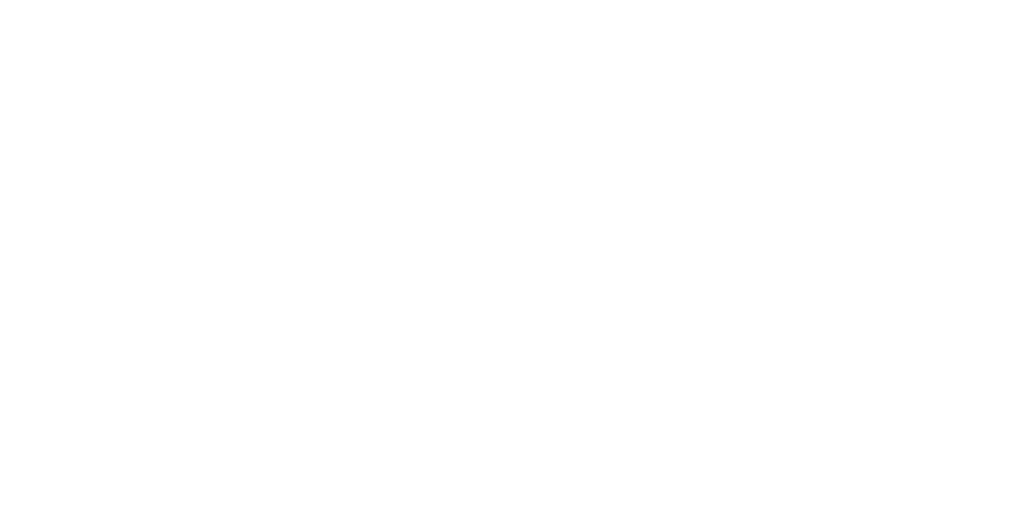
<source format=kicad_sch>
(kicad_sch (version 20211123) (generator eeschema)
  (paper "User" 490.22 254.406)
  (lib_symbols)
)
</source>
